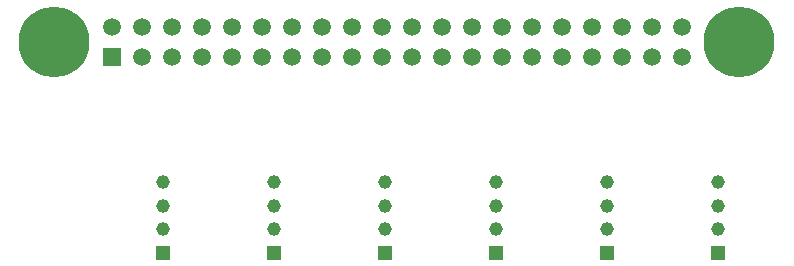
<source format=gbr>
G04*
G04 #@! TF.GenerationSoftware,Altium Limited,Altium Designer,24.8.2 (39)*
G04*
G04 Layer_Color=255*
%FSLAX25Y25*%
%MOIN*%
G70*
G04*
G04 #@! TF.SameCoordinates,CBBCE14F-D53E-4E5E-9298-E108D83DD630*
G04*
G04*
G04 #@! TF.FilePolarity,Positive*
G04*
G01*
G75*
%ADD19R,0.05906X0.05906*%
%ADD20C,0.05906*%
%ADD21R,0.04528X0.04528*%
%ADD22C,0.04528*%
%ADD23C,0.23622*%
D19*
X97913Y266653D02*
D03*
D20*
Y276654D02*
D03*
X107913Y266653D02*
D03*
Y276654D02*
D03*
X117913Y266653D02*
D03*
Y276654D02*
D03*
X127913Y266653D02*
D03*
Y276654D02*
D03*
X137913Y266653D02*
D03*
Y276654D02*
D03*
X147913Y266653D02*
D03*
Y276654D02*
D03*
X157913Y266653D02*
D03*
Y276654D02*
D03*
X167913Y266653D02*
D03*
Y276654D02*
D03*
X177913Y266653D02*
D03*
Y276654D02*
D03*
X187913Y266653D02*
D03*
Y276654D02*
D03*
X197913Y266653D02*
D03*
Y276654D02*
D03*
X207913Y266653D02*
D03*
Y276654D02*
D03*
X217913Y266653D02*
D03*
Y276654D02*
D03*
X227913Y266653D02*
D03*
Y276654D02*
D03*
X237913Y266653D02*
D03*
Y276654D02*
D03*
X247913Y266653D02*
D03*
Y276654D02*
D03*
X287913D02*
D03*
Y266653D02*
D03*
X277913Y276654D02*
D03*
Y266653D02*
D03*
X267913Y276654D02*
D03*
Y266653D02*
D03*
X257913Y276654D02*
D03*
Y266653D02*
D03*
D21*
X115000Y201378D02*
D03*
X300000D02*
D03*
X263000D02*
D03*
X226000D02*
D03*
X189000D02*
D03*
X152000D02*
D03*
D22*
X115000Y209252D02*
D03*
Y217126D02*
D03*
Y225000D02*
D03*
X300000D02*
D03*
Y217126D02*
D03*
Y209252D02*
D03*
X263000Y225000D02*
D03*
Y217126D02*
D03*
Y209252D02*
D03*
X226000Y225000D02*
D03*
Y217126D02*
D03*
Y209252D02*
D03*
X189000Y225000D02*
D03*
Y217126D02*
D03*
Y209252D02*
D03*
X152000Y225000D02*
D03*
Y217126D02*
D03*
Y209252D02*
D03*
D23*
X307087Y271654D02*
D03*
X78740D02*
D03*
M02*

</source>
